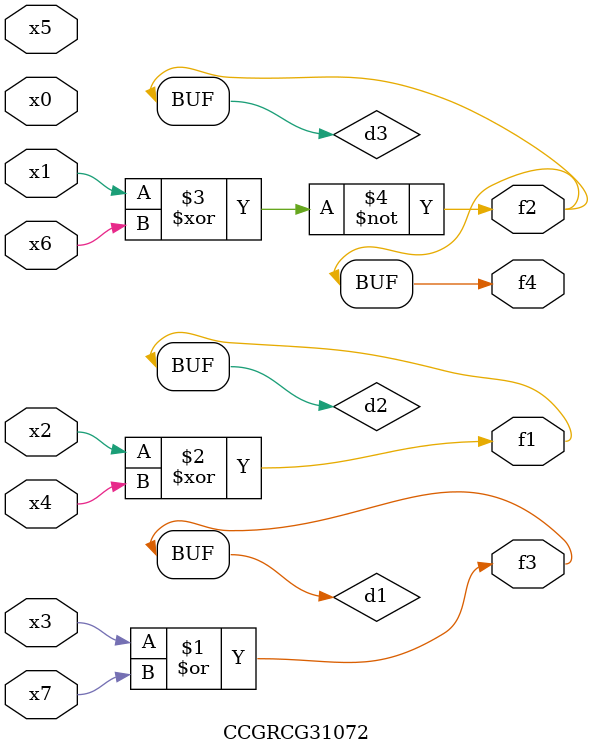
<source format=v>
module CCGRCG31072(
	input x0, x1, x2, x3, x4, x5, x6, x7,
	output f1, f2, f3, f4
);

	wire d1, d2, d3;

	or (d1, x3, x7);
	xor (d2, x2, x4);
	xnor (d3, x1, x6);
	assign f1 = d2;
	assign f2 = d3;
	assign f3 = d1;
	assign f4 = d3;
endmodule

</source>
